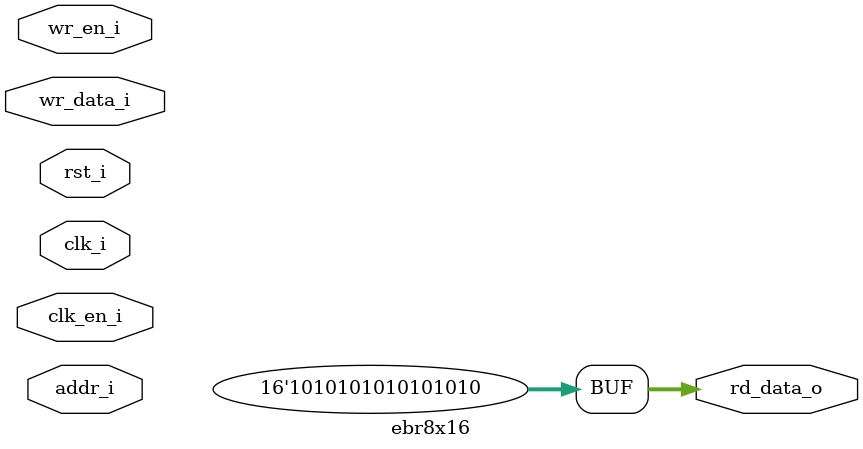
<source format=v>
module ebr8x16(	// file.cleaned.mlir:2:3
  input         clk_i,	// file.cleaned.mlir:2:25
                rst_i,	// file.cleaned.mlir:2:41
                clk_en_i,	// file.cleaned.mlir:2:57
                wr_en_i,	// file.cleaned.mlir:2:76
  input  [7:0]  addr_i,	// file.cleaned.mlir:2:94
  input  [15:0] wr_data_i,	// file.cleaned.mlir:2:111
  output [15:0] rd_data_o	// file.cleaned.mlir:2:133
);

  assign rd_data_o = 16'hAAAA;	// file.cleaned.mlir:3:20, :4:5
endmodule


</source>
